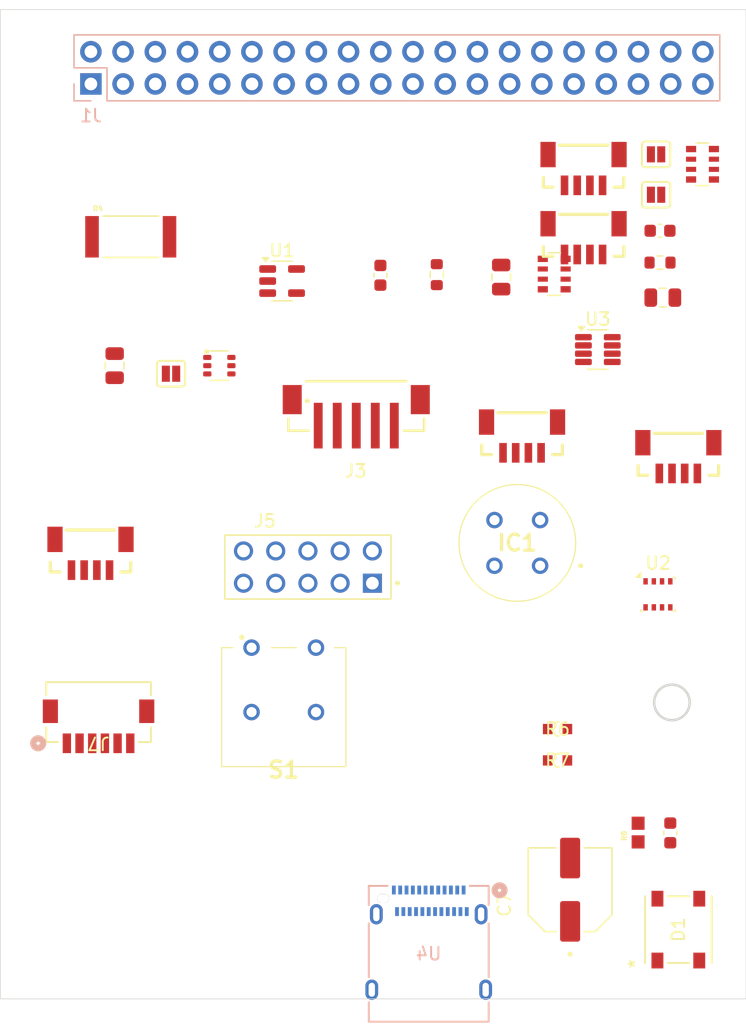
<source format=kicad_pcb>
(kicad_pcb (version 20241229) (generator "pcbnew") (generator_version "9.0")
  (title_block (date "15 nov 2012"))
  (layers (0 "F.Cu" signal) (2 "B.Cu" signal) (13 "F.Paste" user) (15 "B.Paste" user) (5 "F.SilkS" user "F.Silkscreen") (7 "B.SilkS" user "B.Silkscreen") (1 "F.Mask" user) (3 "B.Mask" user) (25 "Edge.Cuts" user))
  (net 0 "")
  (net 1 "GND")
  (net 2 "/GPIO2{slash}SDA1")
  (net 3 "/GPIO3{slash}SCL1")
  (net 4 "/GPIO4{slash}GPCLK0")
  (net 5 "/GPIO14{slash}TXD0")
  (net 6 "/GPIO15{slash}RXD0")
  (net 7 "/GPIO17")
  (net 8 "/GPIO18{slash}PCM.CLK")
  (net 9 "BME_3V3")
  (net 10 "/GPIO22{slash}SCL3")
  (net 11 "/GPIO5{slash}SDA5")
  (net 12 "/GPIO24{slash}SCL4")
  (net 13 "/GPIO27{slash}SDA3")
  (net 14 "/GPIO10{slash}SPI0.MOSI")
  (net 15 "/GPIO9{slash}SPI0.MISO")
  (net 16 "/GPIO23{slash}SDA4")
  (net 17 "/GPIO11{slash}SPI0.SCLK")
  (net 18 "/GPIO8{slash}SPI0.CE0")
  (net 19 "/GPIO7{slash}SPI0.CE1")
  (net 20 "/ID_SDA")
  (net 21 "/ID_SCL")
  (net 22 "/GPIO26{slash}SCL6")
  (net 23 "/GPIO6{slash}SCL5")
  (net 24 "/GPIO12{slash}PWM0")
  (net 25 "/GPIO13{slash}PWM1")
  (net 26 "/GPIO19{slash}PCM.FS")
  (net 27 "/GPIO16")
  (net 28 "/GPIO20{slash}PCM.DIN")
  (net 29 "/GPIO21{slash}PCM.DOUT")
  (net 30 "+5V")
  (net 31 "+3V3")
  (net 32 "/GPIO25{slash}SDA6")
  (net 35 "/BME_ADD")
  (net 36 "/BME_SCL")
  (net 37 "/BME_SDA")
  (net 46 "/INA+")
  (net 51 "/INA_ADD0")
  (net 53 "/INA_ADD1")
  (net 54 "Net-(U3-IN-)")
  (net 55 "Net-(U4-CC1)")
  (net 57 "Net-(U4-CC2)")
  (net 59 "/5V_BUS_USB")
  (net 74 "Net-(D1-DIN)")
  (footprint "679305124022:679305124022" (layer "F.Cu") (at 127.94 92.38)
    (property "Reference" "J3" (at -0.04 5.12 0) (layer "F.SilkS"))
    (property "Value" "679305124022")
    (fp_line (start -5.35 1) (end -5.35 1.95) (stroke (width 0.2)) (layer "F.SilkS"))
    (fp_line (start -5.35 1.95) (end -3.75 1.95) (stroke (width 0.2)) (layer "F.SilkS"))
    (fp_line (start -3.95 -1.95) (end 3.95 -1.95) (stroke (width 0.2)) (layer "F.SilkS"))
    (fp_line (start 5.35 1) (end 5.35 1.95) (stroke (width 0.2)) (layer "F.SilkS"))
    (fp_line (start 5.35 1.95) (end 3.75 1.95) (stroke (width 0.2)) (layer "F.SilkS"))
    (fp_circle (center -3.85 -0.4) (end -3.75 -0.4) (stroke (width 0.2)) (fill no) (layer "F.SilkS"))
    (pad "1" smd rect (at -3 1.55) (size 0.7 3.6) (layers "F.Cu" "F.Mask" "F.Paste") (net 30 "+5V"))
    (pad "2" smd rect (at -1.5 1.55) (size 0.7 3.6) (layers "F.Cu" "F.Mask" "F.Paste") (net 13 "/GPIO27{slash}SDA3"))
    (pad "3" smd rect (at 0 1.55) (size 0.7 3.6) (layers "F.Cu" "F.Mask" "F.Paste") (net 10 "/GPIO22{slash}SCL3"))
    (pad "4" smd rect (at 1.5 1.55) (size 0.7 3.6) (layers "F.Cu" "F.Mask" "F.Paste") (net 1 "GND"))
    (pad "5" smd rect (at 3 1.55) (size 0.7 3.6) (layers "F.Cu" "F.Mask" "F.Paste") (net 1 "GND"))
    (pad "Z1" smd rect (at -5.05 -0.5) (size 1.5 2.3) (layers "F.Cu" "F.Mask" "F.Paste"))
    (pad "Z2" smd rect (at 5.05 -0.5) (size 1.5 2.3) (layers "F.Cu" "F.Mask" "F.Paste"))
  )
  (footprint "SparkFun-Jumper:Jumper_2_NO" (layer "F.Cu") (at 151.5838 75.7316)
    (property "Reference" "JP3")
    (property "Value" "~")
    (fp_line (start -1.1176 0.762) (end -1.1176 -0.762) (stroke (width 0.1524)) (layer "F.SilkS"))
    (fp_line (start -0.8636 -1.016) (end 0.8636 -1.016) (stroke (width 0.1524)) (layer "F.SilkS"))
    (fp_line (start 0.8636 1.016) (end -0.8636 1.016) (stroke (width 0.1524)) (layer "F.SilkS"))
    (fp_line (start 1.1176 0.762) (end 1.1176 -0.762) (stroke (width 0.1524)) (layer "F.SilkS"))
    (fp_arc (start -1.1176 -0.762) (mid -1.043205 -0.941605) (end -0.8636 -1.016) (stroke (width 0.1524)) (layer "F.SilkS"))
    (fp_arc (start -0.8636 1.016) (mid -1.043205 0.941605) (end -1.1176 0.762) (stroke (width 0.1524)) (layer "F.SilkS"))
    (fp_arc (start 0.8636 -1.016) (mid 1.043205 -0.941605) (end 1.1176 -0.762) (stroke (width 0.1524)) (layer "F.SilkS"))
    (fp_arc (start 1.1176 0.762) (mid 1.043205 0.941605) (end 0.8636 1.016) (stroke (width 0.1524)) (layer "F.SilkS"))
    (pad "1" smd rect (at -0.4064 0) (size 0.635 1.27) (layers "F.Cu" "F.Mask") (net 53 "/INA_ADD1"))
    (pad "2" smd rect (at 0.4064 0) (size 0.635 1.27) (layers "F.Cu" "F.Mask") (net 30 "+5V"))
  )
  (footprint "Package_TO_SOT_SMD:SOT-23-5" (layer "F.Cu") (at 122.0925 82.535)
    (property "Reference" "U1" (at 0 -2.4 0) (layer "F.SilkS"))
    (property "Value" "AP2112K-3.3")
    (fp_line (start 0 -1.56) (end -0.8 -1.56) (stroke (width 0.12)) (layer "F.SilkS"))
    (fp_line (start 0 -1.56) (end 0.8 -1.56) (stroke (width 0.12)) (layer "F.SilkS"))
    (fp_line (start 0 1.56) (end -0.8 1.56) (stroke (width 0.12)) (layer "F.SilkS"))
    (fp_line (start 0 1.56) (end 0.8 1.56) (stroke (width 0.12)) (layer "F.SilkS"))
    (fp_poly (pts (xy -1.3 -1.51) (xy -1.54 -1.84) (xy -1.06 -1.84)) (stroke (width 0.12)) (fill yes) (layer "F.SilkS"))
    (pad "1" smd roundrect (at -1.1375 -0.95) (size 1.325 0.6) (layers "F.Cu" "F.Mask" "F.Paste") (net 31 "+3V3"))
    (pad "2" smd roundrect (at -1.1375 0) (size 1.325 0.6) (layers "F.Cu" "F.Mask" "F.Paste") (net 1 "GND"))
    (pad "3" smd roundrect (at -1.1375 0.95) (size 1.325 0.6) (layers "F.Cu" "F.Mask" "F.Paste") (net 31 "+3V3"))
    (pad "4" smd roundrect (at 1.1375 0.95) (size 1.325 0.6) (layers "F.Cu" "F.Mask" "F.Paste"))
    (pad "5" smd roundrect (at 1.1375 -0.95) (size 1.325 0.6) (layers "F.Cu" "F.Mask" "F.Paste") (net 9 "BME_3V3"))
  )
  (footprint "downloaded:RC0603N_YAG" (layer "F.Cu") (at 143.815 120.32)
    (property "Reference" "R7" (at 0 0 0) (layer "F.SilkS"))
    (property "Value" "RC0603FR-075K1L")
    (fp_line (start -0.08615 0.5334) (end 0.08615 0.5334) (stroke (width 0.1524)) (layer "F.SilkS"))
    (fp_line (start 0.08615 -0.5334) (end -0.08615 -0.5334) (stroke (width 0.1524)) (layer "F.SilkS"))
    (pad "1" smd rect (at -0.7747 0) (size 0.762 0.8128) (layers "F.Cu" "F.Mask" "F.Paste") (net 1 "GND"))
    (pad "2" smd rect (at 0.7747 0) (size 0.762 0.8128) (layers "F.Cu" "F.Mask" "F.Paste") (net 57 "Net-(U4-CC2)"))
  )
  (footprint "Package_LGA:Bosch_LGA-8_2.5x2.5mm_P0.65mm_ClockwisePinNumbering" (layer "F.Cu") (at 151.73 107.23)
    (property "Reference" "U2" (at 0.015 -2.465 0) (layer "F.SilkS"))
    (property "Value" "BME280")
    (fp_line (start -1.35 1.35) (end -1.35 1.2) (stroke (width 0.1)) (layer "F.SilkS"))
    (fp_line (start -1.35 1.36) (end -1.2 1.36) (stroke (width 0.1)) (layer "F.SilkS"))
    (fp_line (start 1.2 -1.35) (end 1.35 -1.35) (stroke (width 0.1)) (layer "F.SilkS"))
    (fp_line (start 1.35 -1.35) (end 1.35 -1.2) (stroke (width 0.1)) (layer "F.SilkS"))
    (fp_line (start 1.35 1.35) (end 1.2 1.35) (stroke (width 0.1)) (layer "F.SilkS"))
    (fp_line (start 1.35 1.35) (end 1.35 1.2) (stroke (width 0.1)) (layer "F.SilkS"))
    (fp_poly (pts (xy -1.35 -1.35) (xy -1.71 -1.35) (xy -1.35 -1.71) (xy -1.35 -1.35)) (stroke (width 0.12)) (fill yes) (layer "F.SilkS"))
    (pad "1" smd rect (at -0.975 -1.025 90) (size 0.5 0.35) (layers "F.Cu" "F.Mask" "F.Paste") (net 1 "GND"))
    (pad "2" smd rect (at -0.325 -1.025 90) (size 0.5 0.35) (layers "F.Cu" "F.Mask" "F.Paste") (net 9 "BME_3V3"))
    (pad "3" smd rect (at 0.325 -1.025 90) (size 0.5 0.35) (layers "F.Cu" "F.Mask" "F.Paste") (net 37 "/BME_SDA"))
    (pad "4" smd rect (at 0.975 -1.025 90) (size 0.5 0.35) (layers "F.Cu" "F.Mask" "F.Paste") (net 36 "/BME_SCL"))
    (pad "5" smd rect (at 0.975 1.025 90) (size 0.5 0.35) (layers "F.Cu" "F.Mask" "F.Paste") (net 35 "/BME_ADD"))
    (pad "6" smd rect (at 0.325 1.025 90) (size 0.5 0.35) (layers "F.Cu" "F.Mask" "F.Paste") (net 9 "BME_3V3"))
    (pad "7" smd rect (at -0.325 1.025 90) (size 0.5 0.35) (layers "F.Cu" "F.Mask" "F.Paste") (net 1 "GND"))
    (pad "8" smd rect (at -0.975 1.025 90) (size 0.5 0.35) (layers "F.Cu" "F.Mask" "F.Paste") (net 9 "BME_3V3"))
  )
  (footprint "SparkFun-Capacitor:C_0603_1608Metric" (layer "F.Cu") (at 152.705 126.035 90)
    (property "Reference" "C6")
    (property "Value" "0.1uF")
    (fp_line (start -0.14058 -0.51) (end 0.14058 -0.51) (stroke (width 0.12)) (layer "F.SilkS"))
    (fp_line (start -0.14058 0.51) (end 0.14058 0.51) (stroke (width 0.12)) (layer "F.SilkS"))
    (pad "1" smd roundrect (at -0.775 0 90) (size 0.9 0.95) (layers "F.Cu" "F.Mask" "F.Paste") (net 30 "+5V"))
    (pad "2" smd roundrect (at 0.775 0 90) (size 0.9 0.95) (layers "F.Cu" "F.Mask" "F.Paste") (net 1 "GND"))
  )
  (footprint "SparkFun-Connector:JST_SMD_1.0mm-4_Vertical_Black" (layer "F.Cu") (at 153.34 96.19)
    (property "Reference" "J4")
    (property "Value" "Qwiic_Vertical")
    (fp_line (start -3.175 0.889) (end -3.175 1.651) (stroke (width 0.254)) (layer "F.SilkS"))
    (fp_line (start -3.175 1.651) (end -2.413 1.651) (stroke (width 0.254)) (layer "F.SilkS"))
    (fp_line (start 1.905 -1.651) (end -1.905 -1.651) (stroke (width 0.254)) (layer "F.SilkS"))
    (fp_line (start 3.175 0.889) (end 3.175 1.651) (stroke (width 0.254)) (layer "F.SilkS"))
    (fp_line (start 3.175 1.651) (end 2.413 1.651) (stroke (width 0.254)) (layer "F.SilkS"))
    (pad "1" smd rect (at -1.5 1.511) (size 0.6 1.55) (layers "F.Cu" "F.Mask" "F.Paste") (net 1 "GND"))
    (pad "2" smd rect (at -0.5 1.511) (size 0.6 1.55) (layers "F.Cu" "F.Mask" "F.Paste") (net 30 "+5V"))
    (pad "3" smd rect (at 0.5 1.511) (size 0.6 1.55) (layers "F.Cu" "F.Mask" "F.Paste") (net 13 "/GPIO27{slash}SDA3"))
    (pad "4" smd rect (at 1.5 1.511) (size 0.6 1.55) (layers "F.Cu" "F.Mask" "F.Paste") (net 23 "/GPIO6{slash}SCL5"))
    (pad "NC1" smd rect (at -2.8 -0.914) (size 1.2 2) (layers "F.Cu" "F.Mask" "F.Paste"))
    (pad "NC2" smd rect (at 2.8 -0.914) (size 1.2 2) (layers "F.Cu" "F.Mask" "F.Paste"))
  )
  (footprint "SparkFun-Resistor:R_0603_1608Metric" (layer "F.Cu") (at 134.29 82.03 90)
    (property "Reference" "R2")
    (property "Value" "10k")
    (fp_line (start -0.237258 -0.5225) (end 0.237258 -0.5225) (stroke (width 0.12)) (layer "F.SilkS"))
    (fp_line (start -0.237258 0.5225) (end 0.237258 0.5225) (stroke (width 0.12)) (layer "F.SilkS"))
    (pad "1" smd roundrect (at -0.825 0 90) (size 0.8 0.95) (layers "F.Cu" "F.Mask" "F.Paste") (net 35 "/BME_ADD"))
    (pad "2" smd roundrect (at 0.825 0 90) (size 0.8 0.95) (layers "F.Cu" "F.Mask" "F.Paste") (net 9 "BME_3V3"))
  )
  (footprint "downloaded:5013310607" (layer "F.Cu") (at 107.62 116.51 180)
    (property "Reference" "J7" (at 0 -2.4602 180) (layer "F.SilkS"))
    (property "Value" "5013310607")
    (fp_line (start 4.1275 2.362201) (end 4.1275 1.324654) (stroke (width 0.1524)) (layer "F.SilkS"))
    (fp_line (start 4.1275 -1.195026) (end 4.1275 -2.3622) (stroke (width 0.1524)) (layer "F.SilkS"))
    (fp_line (start 4.1275 -2.3622) (end 3.16294 -2.3622) (stroke (width 0.1524)) (layer "F.SilkS"))
    (fp_line (start -3.16294 -2.3622) (end -4.1275 -2.3622) (stroke (width 0.1524)) (layer "F.SilkS"))
    (fp_line (start -4.1275 2.362201) (end 4.1275 2.362201) (stroke (width 0.1524)) (layer "F.SilkS"))
    (fp_line (start -4.1275 1.324654) (end -4.1275 2.362201) (stroke (width 0.1524)) (layer "F.SilkS"))
    (fp_line (start -4.1275 -2.3622) (end -4.1275 -1.195026) (stroke (width 0.1524)) (layer "F.SilkS"))
    (fp_circle (center 4.7625 -2.4602) (end 5.1435 -2.4602) (stroke (width 0.508)) (fill no) (layer "F.SilkS"))
    (fp_circle (center 4.7625 -2.4602) (end 5.1435 -2.4602) (stroke (width 0.508)) (fill no) (layer "B.SilkS"))
    (pad "1" smd rect (at 2.5 -2.4602 180) (size 0.6604 1.5494) (layers "F.Cu" "F.Mask" "F.Paste") (net 30 "+5V"))
    (pad "2" smd rect (at 1.5 -2.4602 180) (size 0.6604 1.5494) (layers "F.Cu" "F.Mask" "F.Paste") (net 17 "/GPIO11{slash}SPI0.SCLK"))
    (pad "3" smd rect (at 0.499999 -2.4602 180) (size 0.6604 1.5494) (layers "F.Cu" "F.Mask" "F.Paste") (net 15 "/GPIO9{slash}SPI0.MISO"))
    (pad "4" smd rect (at -0.499999 -2.4602 180) (size 0.6604 1.5494) (layers "F.Cu" "F.Mask" "F.Paste") (net 14 "/GPIO10{slash}SPI0.MOSI"))
    (pad "5" smd rect (at -1.5 -2.4602 180) (size 0.6604 1.5494) (layers "F.Cu" "F.Mask" "F.Paste") (net 18 "/GPIO8{slash}SPI0.CE0"))
    (pad "6" smd rect (at -2.5 -2.4602 180) (size 0.6604 1.5494) (layers "F.Cu" "F.Mask" "F.Paste") (net 1 "GND"))
    (pad "7" smd rect (at -3.8 0.064814 180) (size 1.1938 1.8542) (layers "F.Cu" "F.Mask" "F.Paste"))
    (pad "8" smd rect (at 3.8 0.064814 180) (size 1.1938 1.8542) (layers "F.Cu" "F.Mask" "F.Paste"))
  )
  (footprint "SparkFun-Capacitor:C_0805_2012Metric" (layer "F.Cu") (at 152.115 83.84)
    (property "Reference" "C4")
    (property "Value" "10uF")
    (fp_line (start -0.261252 -0.735) (end 0.261252 -0.735) (stroke (width 0.12)) (layer "F.SilkS"))
    (fp_line (start -0.261252 0.735) (end 0.261252 0.735) (stroke (width 0.12)) (layer "F.SilkS"))
    (pad "1" smd roundrect (at -0.95 0) (size 1 1.45) (layers "F.Cu" "F.Mask" "F.Paste") (net 30 "+5V"))
    (pad "2" smd roundrect (at 0.95 0) (size 1 1.45) (layers "F.Cu" "F.Mask" "F.Paste") (net 1 "GND"))
  )
  (footprint "SparkFun-Semiconductor-Standard:SOT-363" (layer "F.Cu") (at 117.145 89.205)
    (property "Reference" "Q1")
    (property "Value" "BSS138")
    (fp_line (start -0.71 -1.16) (end 0.7 -1.16) (stroke (width 0.12)) (layer "F.SilkS"))
    (fp_line (start -0.7 1.16) (end 0.7 1.16) (stroke (width 0.12)) (layer "F.SilkS"))
    (fp_circle (center -1 -1.1) (end -0.9 -1.1) (stroke (width 0.2)) (fill yes) (layer "F.SilkS"))
    (pad "1" smd roundrect (at -0.95 -0.65) (size 0.65 0.4) (layers "F.Cu" "F.Mask" "F.Paste") (net 36 "/BME_SCL"))
    (pad "2" smd roundrect (at -0.95 0) (size 0.65 0.4) (layers "F.Cu" "F.Mask" "F.Paste") (net 9 "BME_3V3"))
    (pad "3" smd roundrect (at -0.95 0.65) (size 0.65 0.4) (layers "F.Cu" "F.Mask" "F.Paste") (net 11 "/GPIO5{slash}SDA5"))
    (pad "4" smd roundrect (at 0.95 0.65) (size 0.65 0.4) (layers "F.Cu" "F.Mask" "F.Paste") (net 37 "/BME_SDA"))
    (pad "5" smd roundrect (at 0.95 0) (size 0.65 0.4) (layers "F.Cu" "F.Mask" "F.Paste") (net 9 "BME_3V3"))
    (pad "6" smd roundrect (at 0.95 -0.65) (size 0.65 0.4) (layers "F.Cu" "F.Mask" "F.Paste") (net 23 "/GPIO6{slash}SCL5"))
  )
  (footprint "Package_TO_SOT_SMD:SOT-23-8" (layer "F.Cu") (at 146.99 87.935)
    (property "Reference" "U3" (at 0 -2.4 0) (layer "F.SilkS"))
    (property "Value" "INA219BxDCN")
    (fp_line (start 0 -1.56) (end -0.8 -1.56) (stroke (width 0.12)) (layer "F.SilkS"))
    (fp_line (start 0 -1.56) (end 0.8 -1.56) (stroke (width 0.12)) (layer "F.SilkS"))
    (fp_line (start 0 1.56) (end -0.8 1.56) (stroke (width 0.12)) (layer "F.SilkS"))
    (fp_line (start 0 1.56) (end 0.8 1.56) (stroke (width 0.12)) (layer "F.SilkS"))
    (fp_poly (pts (xy -1.3 -1.485) (xy -1.54 -1.815) (xy -1.06 -1.815)) (stroke (width 0.12)) (fill yes) (layer "F.SilkS"))
    (pad "1" smd roundrect (at -1.1375 -0.975) (size 1.325 0.5) (layers "F.Cu" "F.Mask" "F.Paste") (net 46 "/INA+"))
    (pad "2" smd roundrect (at -1.1375 -0.325) (size 1.325 0.5) (layers "F.Cu" "F.Mask" "F.Paste") (net 54 "Net-(U3-IN-)"))
    (pad "3" smd roundrect (at -1.1375 0.325) (size 1.325 0.5) (layers "F.Cu" "F.Mask" "F.Paste") (net 1 "GND"))
    (pad "4" smd roundrect (at -1.1375 0.975) (size 1.325 0.5) (layers "F.Cu" "F.Mask" "F.Paste") (net 30 "+5V"))
    (pad "5" smd roundrect (at 1.1375 0.975) (size 1.325 0.5) (layers "F.Cu" "F.Mask" "F.Paste") (net 12 "/GPIO24{slash}SCL4"))
    (pad "6" smd roundrect (at 1.1375 0.325) (size 1.325 0.5) (layers "F.Cu" "F.Mask" "F.Paste") (net 16 "/GPIO23{slash}SDA4"))
    (pad "7" smd roundrect (at 1.1375 -0.325) (size 1.325 0.5) (layers "F.Cu" "F.Mask" "F.Paste") (net 51 "/INA_ADD0"))
    (pad "8" smd roundrect (at 1.1375 -0.975) (size 1.325 0.5) (layers "F.Cu" "F.Mask" "F.Paste") (net 53 "/INA_ADD1"))
  )
  (footprint "SparkFun-Connector:JST_SMD_1.0mm-4_Vertical_Black" (layer "F.Cu") (at 106.985 103.81)
    (property "Reference" "J2")
    (property "Value" "Qwiic_Vertical")
    (fp_line (start -3.175 0.889) (end -3.175 1.651) (stroke (width 0.254)) (layer "F.SilkS"))
    (fp_line (start -3.175 1.651) (end -2.413 1.651) (stroke (width 0.254)) (layer "F.SilkS"))
    (fp_line (start 1.905 -1.651) (end -1.905 -1.651) (stroke (width 0.254)) (layer "F.SilkS"))
    (fp_line (start 3.175 0.889) (end 3.175 1.651) (stroke (width 0.254)) (layer "F.SilkS"))
    (fp_line (start 3.175 1.651) (end 2.413 1.651) (stroke (width 0.254)) (layer "F.SilkS"))
    (pad "1" smd rect (at -1.5 1.511) (size 0.6 1.55) (layers "F.Cu" "F.Mask" "F.Paste") (net 1 "GND"))
    (pad "2" smd rect (at -0.5 1.511) (size 0.6 1.55) (layers "F.Cu" "F.Mask" "F.Paste") (net 31 "+3V3"))
    (pad "3" smd rect (at 0.5 1.511) (size 0.6 1.55) (layers "F.Cu" "F.Mask" "F.Paste") (net 11 "/GPIO5{slash}SDA5"))
    (pad "4" smd rect (at 1.5 1.511) (size 0.6 1.55) (layers "F.Cu" "F.Mask" "F.Paste") (net 23 "/GPIO6{slash}SCL5"))
    (pad "NC1" smd rect (at -2.8 -0.914) (size 1.2 2) (layers "F.Cu" "F.Mask" "F.Paste"))
    (pad "NC2" smd rect (at 2.8 -0.914) (size 1.2 2) (layers "F.Cu" "F.Mask" "F.Paste"))
  )
  (footprint "SparkFun-Resistor:R_Array_Convex_4x0603" (layer "F.Cu") (at 155.245 73.33)
    (property "Reference" "R5")
    (property "Value" "10k")
    (fp_line (start 0.5 -1.68) (end -0.5 -1.68) (stroke (width 0.12)) (layer "F.SilkS"))
    (fp_line (start 0.5 1.68) (end -0.5 1.68) (stroke (width 0.12)) (layer "F.SilkS"))
    (pad "1" smd rect (at -0.9 -1.2) (size 0.8 0.5) (layers "F.Cu" "F.Mask" "F.Paste") (net 16 "/GPIO23{slash}SDA4"))
    (pad "2" smd rect (at -0.9 -0.4) (size 0.8 0.4) (layers "F.Cu" "F.Mask" "F.Paste") (net 30 "+5V"))
    (pad "3" smd rect (at -0.9 0.4) (size 0.8 0.4) (layers "F.Cu" "F.Mask" "F.Paste") (net 12 "/GPIO24{slash}SCL4"))
    (pad "4" smd rect (at -0.9 1.2) (size 0.8 0.5) (layers "F.Cu" "F.Mask" "F.Paste") (net 30 "+5V"))
    (pad "5" smd rect (at 0.9 1.2) (size 0.8 0.5) (layers "F.Cu" "F.Mask" "F.Paste") (net 51 "/INA_ADD0"))
    (pad "6" smd rect (at 0.9 0.4) (size 0.8 0.4) (layers "F.Cu" "F.Mask" "F.Paste") (net 1 "GND"))
    (pad "7" smd rect (at 0.9 -0.4) (size 0.8 0.4) (layers "F.Cu" "F.Mask" "F.Paste") (net 1 "GND"))
    (pad "8" smd rect (at 0.9 -1.2) (size 0.8 0.5) (layers "F.Cu" "F.Mask" "F.Paste") (net 53 "/INA_ADD1"))
  )
  (footprint "downloaded:M20-7830542" (layer "F.Cu") (at 124.13 105.08)
    (property "Reference" "J5" (at -3.385 -3.635 0) (layer "F.SilkS"))
    (property "Value" "M20-7830542")
    (fp_line (start -6.55 -2.52) (end 6.55 -2.52) (stroke (width 0.127)) (layer "F.SilkS"))
    (fp_line (start -6.55 2.52) (end -6.55 -2.52) (stroke (width 0.127)) (layer "F.SilkS"))
    (fp_line (start 6.55 -2.52) (end 6.55 2.52) (stroke (width 0.127)) (layer "F.SilkS"))
    (fp_line (start 6.55 2.52) (end -6.55 2.52) (stroke (width 0.127)) (layer "F.SilkS"))
    (fp_circle (center 7.06 1.27) (end 7.16 1.27) (stroke (width 0.2)) (fill no) (layer "F.SilkS"))
    (pad "1" thru_hole rect (at 5.08 1.27) (size 1.508 1.508) (drill 1) (layers "*.Cu" "*.Mask") (net 1 "GND"))
    (pad "2" thru_hole circle (at 5.08 -1.27) (size 1.508 1.508) (drill 1) (layers "*.Cu" "*.Mask"))
    (pad "3" thru_hole circle (at 2.54 1.27) (size 1.508 1.508) (drill 1) (layers "*.Cu" "*.Mask") (net 31 "+3V3"))
    (pad "4" thru_hole circle (at 2.54 -1.27) (size 1.508 1.508) (drill 1) (layers "*.Cu" "*.Mask") (net 1 "GND"))
    (pad "5" thru_hole circle (at 0 1.27) (size 1.508 1.508) (drill 1) (layers "*.Cu" "*.Mask") (net 5 "/GPIO14{slash}TXD0"))
    (pad "6" thru_hole circle (at 0 -1.27) (size 1.508 1.508) (drill 1) (layers "*.Cu" "*.Mask") (net 1 "GND"))
    (pad "7" thru_hole circle (at -2.54 1.27) (size 1.508 1.508) (drill 1) (layers "*.Cu" "*.Mask") (net 6 "/GPIO15{slash}RXD0"))
    (pad "8" thru_hole circle (at -2.54 -1.27) (size 1.508 1.508) (drill 1) (layers "*.Cu" "*.Mask"))
    (pad "9" thru_hole circle (at -5.08 1.27) (size 1.508 1.508) (drill 1) (layers "*.Cu" "*.Mask"))
    (pad "10" thru_hole circle (at -5.08 -1.27) (size 1.508 1.508) (drill 1) (layers "*.Cu" "*.Mask"))
  )
  (footprint "downloaded:AB11AHFC" (layer "F.Cu") (at 119.685 111.43)
    (property "Reference" "S1" (at 2.54 9.63 0) (layer "F.SilkS") (effects (font (size 1.27 1.27) (thickness 0.254))))
    (property "Value" "AB11AH-FC" (hide yes))
    (fp_line (start -2.36 0) (end -1.46 0) (stroke (width 0.1)) (layer "F.SilkS"))
    (fp_line (start -2.36 9.38) (end -2.36 0) (stroke (width 0.1)) (layer "F.SilkS"))
    (fp_line (start -0.76 -0.92) (end -0.76 -0.92) (stroke (width 0.2)) (layer "F.SilkS"))
    (fp_line (start -0.76 -0.72) (end -0.76 -0.72) (stroke (width 0.2)) (layer "F.SilkS"))
    (fp_line (start 1.54 0) (end 3.54 0) (stroke (width 0.1)) (layer "F.SilkS"))
    (fp_line (start 6.54 0) (end 7.44 0) (stroke (width 0.1)) (layer "F.SilkS"))
    (fp_line (start 7.44 0) (end 7.44 9.38) (stroke (width 0.1)) (layer "F.SilkS"))
    (fp_line (start 7.44 9.38) (end -2.36 9.38) (stroke (width 0.1)) (layer "F.SilkS"))
    (fp_arc (start -0.76 -0.92) (mid -0.66 -0.82) (end -0.76 -0.72) (stroke (width 0.2)) (layer "F.SilkS"))
    (fp_arc (start -0.76 -0.72) (mid -0.86 -0.82) (end -0.76 -0.92) (stroke (width 0.2)) (layer "F.SilkS"))
    (pad "1" thru_hole circle (at 0 0) (size 1.3 1.3) (drill 0.8) (layers "*.Cu" "*.Mask") (net 59 "/5V_BUS_USB"))
    (pad "2" thru_hole circle (at 0 5.08) (size 1.3 1.3) (drill 0.8) (layers "*.Cu" "*.Mask"))
    (pad "3" thru_hole circle (at 5.08 0) (size 1.3 1.3) (drill 0.8) (layers "*.Cu" "*.Mask") (net 30 "+5V"))
    (pad "4" thru_hole circle (at 5.08 5.08) (size 1.3 1.3) (drill 0.8) (layers "*.Cu" "*.Mask"))
  )
  (footprint "SparkFun-Jumper:Jumper_2_NO" (layer "F.Cu") (at 113.335 89.84)
    (property "Reference" "JP1")
    (property "Value" "~")
    (fp_line (start -1.1176 0.762) (end -1.1176 -0.762) (stroke (width 0.1524)) (layer "F.SilkS"))
    (fp_line (start -0.8636 -1.016) (end 0.8636 -1.016) (stroke (width 0.1524)) (layer "F.SilkS"))
    (fp_line (start 0.8636 1.016) (end -0.8636 1.016) (stroke (width 0.1524)) (layer "F.SilkS"))
    (fp_line (start 1.1176 0.762) (end 1.1176 -0.762) (stroke (width 0.1524)) (layer "F.SilkS"))
    (fp_arc (start -1.1176 -0.762) (mid -1.043205 -0.941605) (end -0.8636 -1.016) (stroke (width 0.1524)) (layer "F.SilkS"))
    (fp_arc (start -0.8636 1.016) (mid -1.043205 0.941605) (end -1.1176 0.762) (stroke (width 0.1524)) (layer "F.SilkS"))
    (fp_arc (start 0.8636 -1.016) (mid 1.043205 -0.941605) (end 1.1176 -0.762) (stroke (width 0.1524)) (layer "F.SilkS"))
    (fp_arc (start 1.1176 0.762) (mid 1.043205 0.941605) (end 0.8636 1.016) (stroke (width 0.1524)) (layer "F.SilkS"))
    (pad "1" smd rect (at -0.4064 0) (size 0.635 1.27) (layers "F.Cu" "F.Mask") (net 1 "GND"))
    (pad "2" smd rect (at 0.4064 0) (size 0.635 1.27) (layers "F.Cu" "F.Mask") (net 35 "/BME_ADD"))
  )
  (footprint "KiCad:TGS2611C00" (layer "F.Cu") (at 142.44 104.975)
    (property "Reference" "IC1" (at -1.8 -1.8 0) (layer "F.SilkS") (effects (font (size 1.27 1.27) (thickness 0.254))))
    (property "Value" "TGS2611-C00" (hide yes))
    (fp_line (start -1.8 -6.4) (end -1.8 -6.4) (stroke (width 0.1)) (layer "F.SilkS"))
    (fp_line (start -1.8 2.8) (end -1.8 2.8) (stroke (width 0.1)) (layer "F.SilkS"))
    (fp_line (start 3.1 0) (end 3.1 0) (stroke (width 0.2)) (layer "F.SilkS"))
    (fp_line (start 3.3 0) (end 3.3 0) (stroke (width 0.2)) (layer "F.SilkS"))
    (fp_arc (start -1.8 -6.4) (mid 2.8 -1.8) (end -1.8 2.8) (stroke (width 0.1)) (layer "F.SilkS"))
    (fp_arc (start -1.8 2.8) (mid -6.4 -1.8) (end -1.8 -6.4) (stroke (width 0.1)) (layer "F.SilkS"))
    (fp_arc (start 3.1 0) (mid 3.2 -0.1) (end 3.3 0) (stroke (width 0.2)) (layer "F.SilkS"))
    (fp_arc (start 3.3 0) (mid 3.2 0.1) (end 3.1 0) (stroke (width 0.2)) (layer "F.SilkS"))
    (pad "1" thru_hole circle (at 0 0) (size 1.3 1.3) (drill 0.8) (layers "*.Cu" "*.Mask") (net 1 "GND"))
    (pad "2" thru_hole circle (at 0 -3.6) (size 1.3 1.3) (drill 0.8) (layers "*.Cu" "*.Mask") (net 46 "/INA+"))
    (pad "3" thru_hole circle (at -3.6 -3.6) (size 1.3 1.3) (drill 0.8) (layers "*.Cu" "*.Mask") (net 30 "+5V"))
    (pad "4" thru_hole circle (at -3.6 0) (size 1.3 1.3) (drill 0.8) (layers "*.Cu" "*.Mask") (net 30 "+5V"))
  )
  (footprint "downloaded:WS2812B" (layer "F.Cu") (at 153.34 133.655 90)
    (property "Reference" "D1" (at 0 0 90) (layer "F.SilkS"))
    (property "Value" "WS2812B_5050")
    (fp_line (start 2.6289 -2.6289) (end -2.6289 -2.6289) (stroke (width 0.1524)) (layer "F.SilkS"))
    (fp_line (start -2.6289 -0.847359) (end -2.6289 0.847359) (stroke (width 0.1524)) (layer "F.SilkS"))
    (fp_line (start 2.6289 0.847359) (end 2.6289 -0.847359) (stroke (width 0.1524)) (layer "F.SilkS"))
    (fp_line (start -2.6289 2.6289) (end 2.6289 2.6289) (stroke (width 0.1524)) (layer "F.SilkS"))
    (fp_text user "*" (at -2.6924 -3.3899 90) (layer "F.SilkS"))
    (fp_text user "*" (at -2.6924 -3.3899 90) (layer "F.SilkS"))
    (pad "1" smd rect (at -2.4384 -1.649999 90) (size 1.2446 0.9398) (layers "F.Cu" "F.Mask" "F.Paste") (net 30 "+5V"))
    (pad "2" smd rect (at -2.4384 1.649999 90) (size 1.2446 0.9398) (layers "F.Cu" "F.Mask" "F.Paste"))
    (pad "3" smd rect (at 2.4384 1.649999 90) (size 1.2446 0.9398) (layers "F.Cu" "F.Mask" "F.Paste") (net 1 "GND"))
    (pad "4" smd rect (at 2.4384 -1.649999 90) (size 1.2446 0.9398) (layers "F.Cu" "F.Mask" "F.Paste") (net 74 "Net-(D1-DIN)"))
  )
  (footprint "SparkFun-Jumper:Jumper_2_NO" (layer "F.Cu") (at 151.5838 72.5472)
    (property "Reference" "JP2")
    (property "Value" "~")
    (fp_line (start -1.1176 0.762) (end -1.1176 -0.762) (stroke (width 0.1524)) (layer "F.SilkS"))
    (fp_line (start -0.8636 -1.016) (end 0.8636 -1.016) (stroke (width 0.1524)) (layer "F.SilkS"))
    (fp_line (start 0.8636 1.016) (end -0.8636 1.016) (stroke (width 0.1524)) (layer "F.SilkS"))
    (fp_line (start 1.1176 0.762) (end 1.1176 -0.762) (stroke (width 0.1524)) (layer "F.SilkS"))
    (fp_arc (start -1.1176 -0.762) (mid -1.043205 -0.941605) (end -0.8636 -1.016) (stroke (width 0.1524)) (layer "F.SilkS"))
    (fp_arc (start -0.8636 1.016) (mid -1.043205 0.941605) (end -1.1176 0.762) (stroke (width 0.1524)) (layer "F.SilkS"))
    (fp_arc (start 0.8636 -1.016) (mid 1.043205 -0.941605) (end 1.1176 -0.762) (stroke (width 0.1524)) (layer "F.SilkS"))
    (fp_arc (start 1.1176 0.762) (mid 1.043205 0.941605) (end 0.8636 1.016) (stroke (width 0.1524)) (layer "F.SilkS"))
    (pad "1" smd rect (at -0.4064 0) (size 0.635 1.27) (layers "F.Cu" "F.Mask") (net 51 "/INA_ADD0"))
    (pad "2" smd rect (at 0.4064 0) (size 0.635 1.27) (layers "F.Cu" "F.Mask") (net 30 "+5V"))
  )
  (footprint "SparkFun-Connector:JST_SMD_1.0mm-4_Vertical_Black" (layer "F.Cu") (at 145.865 78.93)
    (property "Reference" "J9")
    (property "Value" "Qwiic_Vertical")
    (fp_line (start -3.175 0.889) (end -3.175 1.651) (stroke (width 0.254)) (layer "F.SilkS"))
    (fp_line (start -3.175 1.651) (end -2.413 1.651) (stroke (width 0.254)) (layer "F.SilkS"))
    (fp_line (start 1.905 -1.651) (end -1.905 -1.651) (stroke (width 0.254)) (layer "F.SilkS"))
    (fp_line (start 3.175 0.889) (end 3.175 1.651) (stroke (width 0.254)) (layer "F.SilkS"))
    (fp_line (start 3.175 1.651) (end 2.413 1.651) (stroke (width 0.254)) (layer "F.SilkS"))
    (pad "1" smd rect (at -1.5 1.511) (size 0.6 1.55) (layers "F.Cu" "F.Mask" "F.Paste") (net 1 "GND"))
    (pad "2" smd rect (at -0.5 1.511) (size 0.6 1.55) (layers "F.Cu" "F.Mask" "F.Paste") (net 31 "+3V3"))
    (pad "3" smd rect (at 0.5 1.511) (size 0.6 1.55) (layers "F.Cu" "F.Mask" "F.Paste") (net 2 "/GPIO2{slash}SDA1"))
    (pad "4" smd rect (at 1.5 1.511) (size 0.6 1.55) (layers "F.Cu" "F.Mask" "F.Paste") (net 3 "/GPIO3{slash}SCL1"))
    (pad "NC1" smd rect (at -2.8 -0.914) (size 1.2 2) (layers "F.Cu" "F.Mask" "F.Paste"))
    (pad "NC2" smd rect (at 2.8 -0.914) (size 1.2 2) (layers "F.Cu" "F.Mask" "F.Paste"))
  )
  (footprint "SparkFun-Resistor:R_Array_Convex_4x0603" (layer "F.Cu") (at 143.55 81.985)
    (property "Reference" "R1")
    (property "Value" "10k")
    (fp_line (start 0.5 -1.68) (end -0.5 -1.68) (stroke (width 0.12)) (layer "F.SilkS"))
    (fp_line (start 0.5 1.68) (end -0.5 1.68) (stroke (width 0.12)) (layer "F.SilkS"))
    (pad "1" smd rect (at -0.9 -1.2) (size 0.8 0.5) (layers "F.Cu" "F.Mask" "F.Paste") (net 23 "/GPIO6{slash}SCL5"))
    (pad "2" smd rect (at -0.9 -0.4) (size 0.8 0.4) (layers "F.Cu" "F.Mask" "F.Paste") (net 31 "+3V3"))
    (pad "3" smd rect (at -0.9 0.4) (size 0.8 0.4) (layers "F.Cu" "F.Mask" "F.Paste") (net 11 "/GPIO5{slash}SDA5"))
    (pad "4" smd rect (at -0.9 1.2) (size 0.8 0.5) (layers "F.Cu" "F.Mask" "F.Paste") (net 31 "+3V3"))
    (pad "5" smd rect (at 0.9 1.2) (size 0.8 0.5) (layers "F.Cu" "F.Mask" "F.Paste") (net 36 "/BME_SCL"))
    (pad "6" smd rect (at 0.9 0.4) (size 0.8 0.4) (layers "F.Cu" "F.Mask" "F.Paste") (net 9 "BME_3V3"))
    (pad "7" smd rect (at 0.9 -0.4) (size 0.8 0.4) (layers "F.Cu" "F.Mask" "F.Paste") (net 9 "BME_3V3"))
    (pad "8" smd rect (at 0.9 -1.2) (size 0.8 0.5) (layers "F.Cu" "F.Mask" "F.Paste") (net 37 "/BME_SDA"))
  )
  (footprint "downloaded:RC0603FR-07330RL" (layer "F.Cu") (at 150.166 126.007 90)
    (property "Reference" "R8" (at -0.26 -1.1 90) (layer "F.SilkS") (effects (font (size 0.393701 0.393701) (thickness 0.098425))))
    (property "Value" "RC0603FR-07330RL")
    (pad "1" smd rect (at -0.735 0 90) (size 1.04 1.02) (layers "F.Cu" "F.Mask" "F.Paste") (net 74 "Net-(D1-DIN)"))
    (pad "2" smd rect (at 0.735 0 90) (size 1.04 1.02) (layers "F.Cu" "F.Mask" "F.Paste") (net 8 "/GPIO18{slash}PCM.CLK"))
  )
  (footprint "SparkFun-Capacitor:C_0805_2012Metric" (layer "F.Cu") (at 139.37 82.22 90)
    (property "Reference" "C2")
    (property "Value" "10uF")
    (fp_line (start -0.261252 -0.735) (end 0.261252 -0.735) (stroke (width 0.12)) (layer "F.SilkS"))
    (fp_line (start -0.261252 0.735) (end 0.261252 0.735) (stroke (width 0.12)) (layer "F.SilkS"))
    (pad "1" smd roundrect (at -0.95 0 90) (size 1 1.45) (layers "F.Cu" "F.Mask" "F.Paste") (net 31 "+3V3"))
    (pad "2" smd roundrect (at 0.95 0 90) (size 1 1.45) (layers "F.Cu" "F.Mask" "F.Paste") (net 1 "GND"))
  )
  (footprint "SparkFun-Capacitor:C_0805_2012Metric" (layer "F.Cu") (at 108.89 89.205 90)
    (property "Reference" "C3")
    (property "Value" "10uF")
    (fp_line (start -0.261252 -0.735) (end 0.261252 -0.735) (stroke (width 0.12)) (layer "F.SilkS"))
    (fp_line (start -0.261252 0.735) (end 0.261252 0.735) (stroke (width 0.12)) (layer "F.SilkS"))
    (pad "1" smd roundrect (at -0.95 0 90) (size 1 1.45) (layers "F.Cu" "F.Mask" "F.Paste") (net 9 "BME_3V3"))
    (pad "2" smd roundrect (at 0.95 0 90) (size 1 1.45) (layers "F.Cu" "F.Mask" "F.Paste") (net 1 "GND"))
  )
  (footprint "downloaded:RC0603N_YAG" (layer "F.Cu") (at 143.815 117.8468)
    (property "Reference" "R6" (at 0 0 0) (layer "F.SilkS"))
    (property "Value" "RC0603FR-075K1L")
    (fp_line (start -0.08615 0.5334) (end 0.08615 0.5334) (stroke (width 0.1524)) (layer "F.SilkS"))
    (fp_line (start 0.08615 -0.5334) (end -0.08615 -0.5334) (stroke (width 0.1524)) (layer "F.SilkS"))
    (pad "1" smd rect (at -0.7747 0) (size 0.762 0.8128) (layers "F.Cu" "F.Mask" "F.Paste") (net 55 "Net-(U4-CC1)"))
    (pad "2" smd rect (at 0.7747 0) (size 0.762 0.8128) (layers "F.Cu" "F.Mask" "F.Paste") (net 1 "GND"))
  )
  (footprint "downloaded:PT2512FK-070R1L" (layer "F.Cu") (at 110.16 79.045)
    (property "Reference" "R4" (at -2.59 -2.23 0) (layer "F.SilkS") (effects (font (size 0.393701 0.393701) (thickness 0.098425))))
    (property "Value" "PT2512FK-070R1L")
    (fp_line (start -2.2 -1.63) (end 2.2 -1.63) (stroke (width 0.127)) (layer "F.SilkS"))
    (fp_line (start -2.2 1.63) (end 2.2 1.63) (stroke (width 0.127)) (layer "F.SilkS"))
    (pad "1" smd rect (at -3.055 0) (size 1.07 3.27) (layers "F.Cu" "F.Mask" "F.Paste") (net 46 "/INA+"))
    (pad "2" smd rect (at 3.055 0) (size 1.07 3.27) (layers "F.Cu" "F.Mask" "F.Paste") (net 54 "Net-(U3-IN-)"))
  )
  (footprint "SparkFun-Capacitor:C_0603_1608Metric" (layer "F.Cu") (at 151.895 78.57)
    (property "Reference" "C5")
    (property "Value" "0.1uF")
    (fp_line (start -0.14058 -0.51) (end 0.14058 -0.51) (stroke (width 0.12)) (layer "F.SilkS"))
    (fp_line (start -0.14058 0.51) (end 0.14058 0.51) (stroke (width 0.12)) (layer "F.SilkS"))
    (pad "1" smd roundrect (at -0.775 0) (size 0.9 0.95) (layers "F.Cu" "F.Mask" "F.Paste") (net 30 "+5V"))
    (pad "2" smd roundrect (at 0.775 0) (size 0.9 0.95) (layers "F.Cu" "F.Mask" "F.Paste") (net 1 "GND"))
  )
  (footprint "SparkFun-Resistor:R_0603_1608Metric" (layer "F.Cu") (at 151.895 81.08)
    (property "Reference" "R3")
    (property "Value" "10k")
    (fp_line (start -0.237258 -0.5225) (end 0.237258 -0.5225) (stroke (width 0.12)) (layer "F.SilkS"))
    (fp_line (start -0.237258 0.5225) (end 0.237258 0.5225) (stroke (width 0.12)) (layer "F.SilkS"))
    (pad "1" smd roundrect (at -0.825 0) (size 0.8 0.95) (layers "F.Cu" "F.Mask" "F.Paste") (net 1 "GND"))
    (pad "2" smd roundrect (at 0.825 0) (size 0.8 0.95) (layers "F.Cu" "F.Mask" "F.Paste") (net 46 "/INA+"))
  )
  (footprint "SparkFun-Connector:JST_SMD_1.0mm-4_Vertical_Black" (layer "F.Cu") (at 141.015 94.564)
    (property "Reference" "J6")
    (property "Value" "Qwiic_Vertical")
    (fp_line (start -3.175 0.889) (end -3.175 1.651) (stroke (width 0.254)) (layer "F.SilkS"))
    (fp_line (start -3.175 1.651) (end -2.413 1.651) (stroke (width 0.254)) (layer "F.SilkS"))
    (fp_line (start 1.905 -1.651) (end -1.905 -1.651) (stroke (width 0.254)) (layer "F.SilkS"))
    (fp_line (start 3.175 0.889) (end 3.175 1.651) (stroke (width 0.254)) (layer "F.SilkS"))
    (fp_line (start 3.175 1.651) (end 2.413 1.651) (stroke (width 0.254)) (layer "F.SilkS"))
    (pad "1" smd rect (at -1.5 1.511) (size 0.6 1.55) (layers "F.Cu" "F.Mask" "F.Paste") (net 1 "GND"))
    (pad "2" smd rect (at -0.5 1.511) (size 0.6 1.55) (layers "F.Cu" "F.Mask" "F.Paste") (net 31 "+3V3"))
    (pad "3" smd rect (at 0.5 1.511) (size 0.6 1.55) (layers "F.Cu" "F.Mask" "F.Paste") (net 5 "/GPIO14{slash}TXD0"))
    (pad "4" smd rect (at 1.5 1.511) (size 0.6 1.55) (layers "F.Cu" "F.Mask" "F.Paste") (net 6 "/GPIO15{slash}RXD0"))
    (pad "NC1" smd rect (at -2.8 -0.914) (size 1.2 2) (layers "F.Cu" "F.Mask" "F.Paste"))
    (pad "NC2" smd rect (at 2.8 -0.914) (size 1.2 2) (layers "F.Cu" "F.Mask" "F.Paste"))
  )
  (footprint "downloaded:EEV107M010S9GAA" (layer "F.Cu") (at 144.805 130.51 90)
    (property "Reference" "C7" (at -1.17 -5.185 90) (layer "F.SilkS"))
    (property "Value" "EEV107M010S9GAA")
    (fp_line (start 3.3 -3.3) (end 3.3 -1.11) (stroke (width 0.127)) (layer "F.SilkS"))
    (fp_line (start -1.98 -3.3) (end 3.3 -3.3) (stroke (width 0.127)) (layer "F.SilkS"))
    (fp_line (start -3.3 -1.98) (end -1.98 -3.3) (stroke (width 0.127)) (layer "F.SilkS"))
    (fp_line (start -3.3 -1.11) (end -3.3 -1.98) (stroke (width 0.127)) (layer "F.SilkS"))
    (fp_line (start -3.3 1.98) (end -3.3 1.11) (stroke (width 0.127)) (layer "F.SilkS"))
    (fp_line (start 3.3 3.3) (end 3.3 1.11) (stroke (width 0.127)) (layer "F.SilkS"))
    (fp_line (start 3.3 3.3) (end -1.98 3.3) (stroke (width 0.127)) (layer "F.SilkS"))
    (fp_line (start -1.98 3.3) (end -3.3 1.98) (stroke (width 0.127)) (layer "F.SilkS"))
    (fp_circle (center -5.08 0) (end -4.98 0) (stroke (width 0.2)) (fill no) (layer "F.SilkS"))
    (pad "N" smd roundrect (at 2.495 0 90) (size 3.2 1.58) (layers "F.Cu" "F.Mask" "F.Paste") (roundrect_rratio 0.125) (net 1 "GND"))
    (pad "P" smd roundrect (at -2.495 0 90) (size 3.2 1.58) (layers "F.Cu" "F.Mask" "F.Paste") (roundrect_rratio 0.125) (net 30 "+5V"))
  )
  (footprint "SparkFun-Capacitor:C_0603_1608Metric" (layer "F.Cu") (at 129.845 82.08 90)
    (property "Reference" "C1")
    (property "Value" "0.1uF")
    (fp_line (start -0.14058 -0.51) (end 0.14058 -0.51) (stroke (width 0.12)) (layer "F.SilkS"))
    (fp_line (start -0.14058 0.51) (end 0.14058 0.51) (stroke (width 0.12)) (layer "F.SilkS"))
    (pad "1" smd roundrect (at -0.775 0 90) (size 0.9 0.95) (layers "F.Cu" "F.Mask" "F.Paste") (net 9 "BME_3V3"))
    (pad "2" smd roundrect (at 0.775 0 90) (size 0.9 0.95) (layers "F.Cu" "F.Mask" "F.Paste") (net 1 "GND"))
  )
  (footprint "SparkFun-Connector:JST_SMD_1.0mm-4_Vertical_Black" (layer "F.Cu") (at 145.865 73.48)
    (property "Reference" "J8")
    (property "Value" "Qwiic_Vertical")
    (fp_line (start -3.175 0.889) (end -3.175 1.651) (stroke (width 0.254)) (layer "F.SilkS"))
    (fp_line (start -3.175 1.651) (end -2.413 1.651) (stroke (width 0.254)) (layer "F.SilkS"))
    (fp_line (start 1.905 -1.651) (end -1.905 -1.651) (stroke (width 0.254)) (layer "F.SilkS"))
    (fp_line (start 3.175 0.889) (end 3.175 1.651) (stroke (width 0.254)) (layer "F.SilkS"))
    (fp_line (start 3.175 1.651) (end 2.413 1.651) (stroke (width 0.254)) (layer "F.SilkS"))
    (pad "1" smd rect (at -1.5 1.511) (size 0.6 1.55) (layers "F.Cu" "F.Mask" "F.Paste") (net 1 "GND"))
    (pad "2" smd rect (at -0.5 1.511) (size 0.6 1.55) (layers "F.Cu" "F.Mask" "F.Paste") (net 30 "+5V"))
    (pad "3" smd rect (at 0.5 1.511) (size 0.6 1.55) (layers "F.Cu" "F.Mask" "F.Paste") (net 16 "/GPIO23{slash}SDA4"))
    (pad "4" smd rect (at 1.5 1.511) (size 0.6 1.55) (layers "F.Cu" "F.Mask" "F.Paste") (net 12 "/GPIO24{slash}SCL4"))
    (pad "NC1" smd rect (at -2.8 -0.914) (size 1.2 2) (layers "F.Cu" "F.Mask" "F.Paste"))
    (pad "NC2" smd rect (at 2.8 -0.914) (size 1.2 2) (layers "F.Cu" "F.Mask" "F.Paste"))
  )
  (footprint "Connector_PinSocket_2.54mm:PinSocket_2x20_P2.54mm_Vertical" (layer "B.Cu") (at 107.015 67 -90)
    (property "Reference" "J1" (at 2.5 0 0) (layer "B.SilkS") (effects (justify mirror)))
    (property "Value" "GPIO")
    (fp_line (start -3.87 1.33) (end -1.27 1.33) (stroke (width 0.12)) (layer "B.SilkS"))
    (fp_line (start -3.87 1.33) (end -3.87 -49.59) (stroke (width 0.12)) (layer "B.SilkS"))
    (fp_line (start -1.27 1.33) (end -1.27 -1.27) (stroke (width 0.12)) (layer "B.SilkS"))
    (fp_line (start 0 1.33) (end 1.33 1.33) (stroke (width 0.12)) (layer "B.SilkS"))
    (fp_line (start 1.33 1.33) (end 1.33 0) (stroke (width 0.12)) (layer "B.SilkS"))
    (fp_line (start -1.27 -1.27) (end 1.33 -1.27) (stroke (width 0.12)) (layer "B.SilkS"))
    (fp_line (start 1.33 -1.27) (end 1.33 -49.59) (stroke (width 0.12)) (layer "B.SilkS"))
    (fp_line (start -3.87 -49.59) (end 1.33 -49.59) (stroke (width 0.12)) (layer "B.SilkS"))
    (pad "1" thru_hole rect (at 0 0 270) (size 1.7 1.7) (drill 1) (layers "*.Cu" "*.Mask") (net 31 "+3V3"))
    (pad "2" thru_hole oval (at -2.54 0 270) (size 1.7 1.7) (drill 1) (layers "*.Cu" "*.Mask") (net 30 "+5V"))
    (pad "3" thru_hole oval (at 0 -2.54 270) (size 1.7 1.7) (drill 1) (layers "*.Cu" "*.Mask") (net 2 "/GPIO2{slash}SDA1"))
    (pad "4" thru_hole oval (at -2.54 -2.54 270) (size 1.7 1.7) (drill 1) (layers "*.Cu" "*.Mask") (net 30 "+5V"))
    (pad "5" thru_hole oval (at 0 -5.08 270) (size 1.7 1.7) (drill 1) (layers "*.Cu" "*.Mask") (net 3 "/GPIO3{slash}SCL1"))
    (pad "6" thru_hole oval (at -2.54 -5.08 270) (size 1.7 1.7) (drill 1) (layers "*.Cu" "*.Mask") (net 1 "GND"))
    (pad "7" thru_hole oval (at 0 -7.62 270) (size 1.7 1.7) (drill 1) (layers "*.Cu" "*.Mask") (net 4 "/GPIO4{slash}GPCLK0"))
    (pad "8" thru_hole oval (at -2.54 -7.62 270) (size 1.7 1.7) (drill 1) (layers "*.Cu" "*.Mask") (net 5 "/GPIO14{slash}TXD0"))
    (pad "9" thru_hole oval (at 0 -10.16 270) (size 1.7 1.7) (drill 1) (layers "*.Cu" "*.Mask") (net 1 "GND"))
    (pad "10" thru_hole oval (at -2.54 -10.16 270) (size 1.7 1.7) (drill 1) (layers "*.Cu" "*.Mask") (net 6 "/GPIO15{slash}RXD0"))
    (pad "11" thru_hole oval (at 0 -12.7 270) (size 1.7 1.7) (drill 1) (layers "*.Cu" "*.Mask") (net 7 "/GPIO17"))
    (pad "12" thru_hole oval (at -2.54 -12.7 270) (size 1.7 1.7) (drill 1) (layers "*.Cu" "*.Mask") (net 8 "/GPIO18{slash}PCM.CLK"))
    (pad "13" thru_hole oval (at 0 -15.24 270) (size 1.7 1.7) (drill 1) (layers "*.Cu" "*.Mask") (net 13 "/GPIO27{slash}SDA3"))
    (pad "14" thru_hole oval (at -2.54 -15.24 270) (size 1.7 1.7) (drill 1) (layers "*.Cu" "*.Mask") (net 1 "GND"))
    (pad "15" thru_hole oval (at 0 -17.78 270) (size 1.7 1.7) (drill 1) (layers "*.Cu" "*.Mask") (net 10 "/GPIO22{slash}SCL3"))
    (pad "16" thru_hole oval (at -2.54 -17.78 270) (size 1.7 1.7) (drill 1) (layers "*.Cu" "*.Mask") (net 16 "/GPIO23{slash}SDA4"))
    (pad "17" thru_hole oval (at 0 -20.32 270) (size 1.7 1.7) (drill 1) (layers "*.Cu" "*.Mask") (net 31 "+3V3"))
    (pad "18" thru_hole oval (at -2.54 -20.32 270) (size 1.7 1.7) (drill 1) (layers "*.Cu" "*.Mask") (net 12 "/GPIO24{slash}SCL4"))
    (pad "19" thru_hole oval (at 0 -22.86 270) (size 1.7 1.7) (drill 1) (layers "*.Cu" "*.Mask") (net 14 "/GPIO10{slash}SPI0.MOSI"))
    (pad "20" thru_hole oval (at -2.54 -22.86 270) (size 1.7 1.7) (drill 1) (layers "*.Cu" "*.Mask") (net 1 "GND"))
    (pad "21" thru_hole oval (at 0 -25.4 270) (size 1.7 1.7) (drill 1) (layers "*.Cu" "*.Mask") (net 15 "/GPIO9{slash}SPI0.MISO"))
    (pad "22" thru_hole oval (at -2.54 -25.4 270) (size 1.7 1.7) (drill 1) (layers "*.Cu" "*.Mask") (net 32 "/GPIO25{slash}SDA6"))
    (pad "23" thru_hole oval (at 0 -27.94 270) (size 1.7 1.7) (drill 1) (layers "*.Cu" "*.Mask") (net 17 "/GPIO11{slash}SPI0.SCLK"))
    (pad "24" thru_hole oval (at -2.54 -27.94 270) (size 1.7 1.7) (drill 1) (layers "*.Cu" "*.Mask") (net 18 "/GPIO8{slash}SPI0.CE0"))
    (pad "25" thru_hole oval (at 0 -30.48 270) (size 1.7 1.7) (drill 1) (layers "*.Cu" "*.Mask") (net 1 "GND"))
    (pad "26" thru_hole oval (at -2.54 -30.48 270) (size 1.7 1.7) (drill 1) (layers "*.Cu" "*.Mask") (net 19 "/GPIO7{slash}SPI0.CE1"))
    (pad "27" thru_hole oval (at 0 -33.02 270) (size 1.7 1.7) (drill 1) (layers "*.Cu" "*.Mask") (net 20 "/ID_SDA"))
    (pad "28" thru_hole oval (at -2.54 -33.02 270) (size 1.7 1.7) (drill 1) (layers "*.Cu" "*.Mask") (net 21 "/ID_SCL"))
    (pad "29" thru_hole oval (at 0 -35.56 270) (size 1.7 1.7) (drill 1) (layers "*.Cu" "*.Mask") (net 11 "/GPIO5{slash}SDA5"))
    (pad "30" thru_hole oval (at -2.54 -35.56 270) (size 1.7 1.7) (drill 1) (layers "*.Cu" "*.Mask") (net 1 "GND"))
    (pad "31" thru_hole oval (at 0 -38.1 270) (size 1.7 1.7) (drill 1) (layers "*.Cu" "*.Mask") (net 23 "/GPIO6{slash}SCL5"))
    (pad "32" thru_hole oval (at -2.54 -38.1 270) (size 1.7 1.7) (drill 1) (layers "*.Cu" "*.Mask") (net 24 "/GPIO12{slash}PWM0"))
    (pad "33" thru_hole oval (at 0 -40.64 270) (size 1.7 1.7) (drill 1) (layers "*.Cu" "*.Mask") (net 25 "/GPIO13{slash}PWM1"))
    (pad "34" thru_hole oval (at -2.54 -40.64 270) (size 1.7 1.7) (drill 1) (layers "*.Cu" "*.Mask") (net 1 "GND"))
    (pad "35" thru_hole oval (at 0 -43.18 270) (size 1.7 1.7) (drill 1) (layers "*.Cu" "*.Mask") (net 26 "/GPIO19{slash}PCM.FS"))
    (pad "36" thru_hole oval (at -2.54 -43.18 270) (size 1.7 1.7) (drill 1) (layers "*.Cu" "*.Mask") (net 27 "/GPIO16"))
    (pad "37" thru_hole oval (at 0 -45.72 270) (size 1.7 1.7) (drill 1) (layers "*.Cu" "*.Mask") (net 22 "/GPIO26{slash}SCL6"))
    (pad "38" thru_hole oval (at -2.54 -45.72 270) (size 1.7 1.7) (drill 1) (layers "*.Cu" "*.Mask") (net 28 "/GPIO20{slash}PCM.DIN"))
    (pad "39" thru_hole oval (at 0 -48.26 270) (size 1.7 1.7) (drill 1) (layers "*.Cu" "*.Mask") (net 1 "GND"))
    (pad "40" thru_hole oval (at -2.54 -48.26 270) (size 1.7 1.7) (drill 1) (layers "*.Cu" "*.Mask") (net 29 "/GPIO21{slash}PCM.DOUT"))
  )
  (footprint "downloaded:12401610E4-2A" (layer "B.Cu") (at 133.655 135.56 180)
    (property "Reference" "U4" (at 0 0 0) (layer "B.SilkS") (effects (justify mirror)))
    (property "Value" "12401610E4-2A")
    (fp_line (start 4.727001 5.352) (end 3.23274 5.352) (stroke (width 0.1524)) (layer "B.SilkS"))
    (fp_line (start 4.727001 3.839849) (end 4.727001 5.352) (stroke (width 0.1524)) (layer "B.SilkS"))
    (fp_line (start 4.727001 -1.841648) (end 4.727001 2.39015) (stroke (width 0.1524)) (layer "B.SilkS"))
    (fp_line (start 4.727001 -5.352) (end 4.727001 -3.828355) (stroke (width 0.1524)) (layer "B.SilkS"))
    (fp_line (start -3.23274 5.352) (end -4.727001 5.352) (stroke (width 0.1524)) (layer "B.SilkS"))
    (fp_line (start -4.727001 5.352) (end -4.727001 3.839849) (stroke (width 0.1524)) (layer "B.SilkS"))
    (fp_line (start -4.727001 2.39015) (end -4.727001 -1.841648) (stroke (width 0.1524)) (layer "B.SilkS"))
    (fp_line (start -4.727001 -3.828355) (end -4.727001 -5.352) (stroke (width 0.1524)) (layer "B.SilkS"))
    (fp_line (start -4.727001 -5.352) (end 4.727001 -5.352) (stroke (width 0.1524)) (layer "B.SilkS"))
    (fp_circle (center -5.588 5.0038) (end -5.207 5.0038) (stroke (width 0.508)) (fill no) (layer "B.SilkS"))
    (pad "" np_thru_hole circle (at -3.6 4.365 180) (size 0.674878 0.674878) (drill 0.675) (layers "*.Cu" "*.Mask"))
    (pad "25" thru_hole oval (at -4.129999 3.115 90) (size 1.608074 1.008126) (drill oval 1.100074 0.500126) (layers "*.Cu" "*.Mask") (net 1 "GND"))
    (pad "26" thru_hole oval (at 4.129999 3.115 90) (size 1.608074 1.008126) (drill oval 1.100074 0.500126) (layers "*.Cu" "*.Mask") (net 1 "GND"))
    (pad "27" thru_hole oval (at -4.490001 -2.835001 90) (size 1.608074 1.008126) (drill oval 1.100074 0.500126) (layers "*.Cu" "*.Mask") (net 1 "GND"))
    (pad "28" thru_hole oval (at 4.490001 -2.835001 90) (size 1.608074 1.008126) (drill oval 1.100074 0.500126) (layers "*.Cu" "*.Mask") (net 1 "GND"))
    (pad "30" thru_hole oval (at 3.6 4.365 180) (size 0.94996 0.674878) (drill oval 0.94996 0.674878) (layers "*.Cu" "*.Mask"))
    (pad "A1" smd rect (at -2.75 5.025001 180) (size 0.3 0.7) (layers "B.Cu" "B.Mask" "B.Paste") (net 1 "GND"))
    (pad "A2" smd rect (at -2.250001 5.025001 180) (size 0.3 0.7) (layers "B.Cu" "B.Mask" "B.Paste"))
    (pad "A3" smd rect (at -1.749999 5.025001 180) (size 0.3 0.7) (layers "B.Cu" "B.Mask" "B.Paste"))
    (pad "A4" smd rect (at -1.25 5.025001 180) (size 0.3 0.7) (layers "B.Cu" "B.Mask" "B.Paste") (net 59 "/5V_BUS_USB"))
    (pad "A5" smd rect (at -0.750001 5.025001 180) (size 0.3 0.7) (layers "B.Cu" "B.Mask" "B.Paste") (net 55 "Net-(U4-CC1)"))
    (pad "A6" smd rect (at -0.25 5.025001 180) (size 0.3 0.7) (layers "B.Cu" "B.Mask" "B.Paste"))
    (pad "A7" smd rect (at 0.25 5.025001 180) (size 0.3 0.7) (layers "B.Cu" "B.Mask" "B.Paste"))
    (pad "A8" smd rect (at 0.750001 5.025001 180) (size 0.3 0.7) (layers "B.Cu" "B.Mask" "B.Paste"))
    (pad "A9" smd rect (at 1.25 5.025001 180) (size 0.3 0.7) (layers "B.Cu" "B.Mask" "B.Paste") (net 59 "/5V_BUS_USB"))
    (pad "A10" smd rect (at 1.749999 5.025001 180) (size 0.3 0.7) (layers "B.Cu" "B.Mask" "B.Paste"))
    (pad "A11" smd rect (at 2.250001 5.025001 180) (size 0.3 0.7) (layers "B.Cu" "B.Mask" "B.Paste"))
    (pad "A12" smd rect (at 2.75 5.025001 180) (size 0.3 0.7) (layers "B.Cu" "B.Mask" "B.Paste") (net 1 "GND"))
    (pad "B1" smd rect (at 2.5 3.324999 180) (size 0.3 0.7) (layers "B.Cu" "B.Mask" "B.Paste") (net 1 "GND"))
    (pad "B2" smd rect (at 2.000001 3.324999 180) (size 0.3 0.7) (layers "B.Cu" "B.Mask" "B.Paste"))
    (pad "B3" smd rect (at 1.499999 3.324999 180) (size 0.3 0.7) (layers "B.Cu" "B.Mask" "B.Paste"))
    (pad "B4" smd rect (at 1 3.324999 180) (size 0.3 0.7) (layers "B.Cu" "B.Mask" "B.Paste") (net 59 "/5V_BUS_USB"))
    (pad "B5" smd rect (at 0.500001 3.324999 180) (size 0.3 0.7) (layers "B.Cu" "B.Mask" "B.Paste") (net 57 "Net-(U4-CC2)"))
    (pad "B6" smd rect (at 0 3.324999 180) (size 0.3 0.7) (layers "B.Cu" "B.Mask" "B.Paste"))
    (pad "B7" smd rect (at -0.5 3.324999 180) (size 0.3 0.7) (layers "B.Cu" "B.Mask" "B.Paste"))
    (pad "B8" smd rect (at -1.000001 3.324999 180) (size 0.3 0.7) (layers "B.Cu" "B.Mask" "B.Paste"))
    (pad "B9" smd rect (at -1.5 3.324999 180) (size 0.3 0.7) (layers "B.Cu" "B.Mask" "B.Paste") (net 59 "/5V_BUS_USB"))
    (pad "B10" smd rect (at -1.999999 3.324999 180) (size 0.3 0.7) (layers "B.Cu" "B.Mask" "B.Paste"))
    (pad "B11" smd rect (at -2.500001 3.324999 180) (size 0.3 0.7) (layers "B.Cu" "B.Mask" "B.Paste"))
    (pad "B12" smd rect (at -3 3.324999 180) (size 0.3 0.7) (layers "B.Cu" "B.Mask" "B.Paste") (net 1 "GND"))
  )
  (gr_circle (center 152.832 115.748) (end 154.229 115.875) (stroke (width 0.2)) (fill no) (layer "Edge.Cuts"))
  (gr_rect (start 99.873 61.138) (end 158.674 139.116) (stroke (width 0.05)) (fill no) (layer "Edge.Cuts"))
)
</source>
